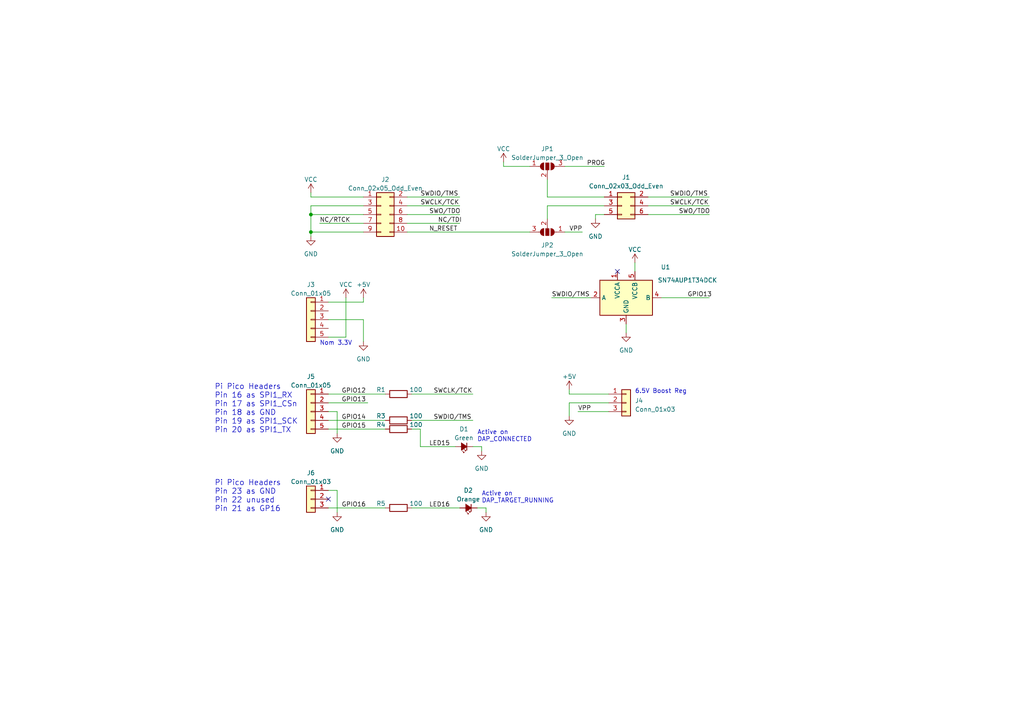
<source format=kicad_sch>
(kicad_sch (version 20230121) (generator eeschema)
  (paper "A4")
  (title_block (title "SWD-Pogo-Pin") (comment 2 "https://www.raspberrypi.com/documentation/microcontrollers/debug-probe.html") (comment 3 "via the Raspberry Pi Debug Probe or other FW. More info:") (comment 4 "Adapter for TC2030 like footprint to for SPI programming"))
  (lib_symbols
    (symbol "Connector_Generic:Conn_01x03" (pin_names (offset 1.016) hide)
      (property "Reference" "J" (at 0 5.08 0))
      (property "Value" "Conn_01x03" (at 0 -5.08 0))
      (symbol "Conn_01x03_1_1"
        (rectangle (start -1.27 -2.413) (end 0 -2.667) (stroke (width 0.1524)))
        (rectangle (start -1.27 0.127) (end 0 -0.127) (stroke (width 0.1524)))
        (rectangle (start -1.27 2.667) (end 0 2.413) (stroke (width 0.1524)))
        (rectangle (start -1.27 3.81) (end 1.27 -3.81) (stroke (width 0.254)) (fill (type background)))
        (pin passive line (at -5.08 2.54 0) (length 3.81) (name "Pin_1") (number "1"))
        (pin passive line (at -5.08 0 0) (length 3.81) (name "Pin_2") (number "2"))
        (pin passive line (at -5.08 -2.54 0) (length 3.81) (name "Pin_3") (number "3"))
      )
    )
    (symbol "Connector_Generic:Conn_01x05" (pin_names (offset 1.016) hide)
      (property "Reference" "J" (at 0 7.62 0))
      (property "Value" "Conn_01x05" (at 0 -7.62 0))
      (symbol "Conn_01x05_1_1"
        (rectangle (start -1.27 -4.953) (end 0 -5.207) (stroke (width 0.1524)))
        (rectangle (start -1.27 -2.413) (end 0 -2.667) (stroke (width 0.1524)))
        (rectangle (start -1.27 0.127) (end 0 -0.127) (stroke (width 0.1524)))
        (rectangle (start -1.27 2.667) (end 0 2.413) (stroke (width 0.1524)))
        (rectangle (start -1.27 5.207) (end 0 4.953) (stroke (width 0.1524)))
        (rectangle (start -1.27 6.35) (end 1.27 -6.35) (stroke (width 0.254)) (fill (type background)))
        (pin passive line (at -5.08 5.08 0) (length 3.81) (name "Pin_1") (number "1"))
        (pin passive line (at -5.08 2.54 0) (length 3.81) (name "Pin_2") (number "2"))
        (pin passive line (at -5.08 0 0) (length 3.81) (name "Pin_3") (number "3"))
        (pin passive line (at -5.08 -2.54 0) (length 3.81) (name "Pin_4") (number "4"))
        (pin passive line (at -5.08 -5.08 0) (length 3.81) (name "Pin_5") (number "5"))
      )
    )
    (symbol "Connector_Generic:Conn_02x03_Odd_Even" (pin_names (offset 1.016) hide)
      (property "Reference" "J" (at 1.27 5.08 0))
      (property "Value" "Conn_02x03_Odd_Even" (at 1.27 -5.08 0))
      (symbol "Conn_02x03_Odd_Even_1_1"
        (rectangle (start -1.27 -2.413) (end 0 -2.667) (stroke (width 0.1524)))
        (rectangle (start -1.27 0.127) (end 0 -0.127) (stroke (width 0.1524)))
        (rectangle (start -1.27 2.667) (end 0 2.413) (stroke (width 0.1524)))
        (rectangle (start -1.27 3.81) (end 3.81 -3.81) (stroke (width 0.254)) (fill (type background)))
        (rectangle (start 3.81 -2.413) (end 2.54 -2.667) (stroke (width 0.1524)))
        (rectangle (start 3.81 0.127) (end 2.54 -0.127) (stroke (width 0.1524)))
        (rectangle (start 3.81 2.667) (end 2.54 2.413) (stroke (width 0.1524)))
        (pin passive line (at -5.08 2.54 0) (length 3.81) (name "Pin_1") (number "1"))
        (pin passive line (at 7.62 2.54 180) (length 3.81) (name "Pin_2") (number "2"))
        (pin passive line (at -5.08 0 0) (length 3.81) (name "Pin_3") (number "3"))
        (pin passive line (at 7.62 0 180) (length 3.81) (name "Pin_4") (number "4"))
        (pin passive line (at -5.08 -2.54 0) (length 3.81) (name "Pin_5") (number "5"))
        (pin passive line (at 7.62 -2.54 180) (length 3.81) (name "Pin_6") (number "6"))
      )
    )
    (symbol "Connector_Generic:Conn_02x05_Odd_Even" (pin_names (offset 1.016) hide)
      (property "Reference" "J" (at 1.27 7.62 0))
      (property "Value" "Conn_02x05_Odd_Even" (at 1.27 -7.62 0))
      (symbol "Conn_02x05_Odd_Even_1_1"
        (rectangle (start -1.27 -4.953) (end 0 -5.207) (stroke (width 0.1524)))
        (rectangle (start -1.27 -2.413) (end 0 -2.667) (stroke (width 0.1524)))
        (rectangle (start -1.27 0.127) (end 0 -0.127) (stroke (width 0.1524)))
        (rectangle (start -1.27 2.667) (end 0 2.413) (stroke (width 0.1524)))
        (rectangle (start -1.27 5.207) (end 0 4.953) (stroke (width 0.1524)))
        (rectangle (start -1.27 6.35) (end 3.81 -6.35) (stroke (width 0.254)) (fill (type background)))
        (rectangle (start 3.81 -4.953) (end 2.54 -5.207) (stroke (width 0.1524)))
        (rectangle (start 3.81 -2.413) (end 2.54 -2.667) (stroke (width 0.1524)))
        (rectangle (start 3.81 0.127) (end 2.54 -0.127) (stroke (width 0.1524)))
        (rectangle (start 3.81 2.667) (end 2.54 2.413) (stroke (width 0.1524)))
        (rectangle (start 3.81 5.207) (end 2.54 4.953) (stroke (width 0.1524)))
        (pin passive line (at -5.08 5.08 0) (length 3.81) (name "Pin_1") (number "1"))
        (pin passive line (at 7.62 -5.08 180) (length 3.81) (name "Pin_10") (number "10"))
        (pin passive line (at 7.62 5.08 180) (length 3.81) (name "Pin_2") (number "2"))
        (pin passive line (at -5.08 2.54 0) (length 3.81) (name "Pin_3") (number "3"))
        (pin passive line (at 7.62 2.54 180) (length 3.81) (name "Pin_4") (number "4"))
        (pin passive line (at -5.08 0 0) (length 3.81) (name "Pin_5") (number "5"))
        (pin passive line (at 7.62 0 180) (length 3.81) (name "Pin_6") (number "6"))
        (pin passive line (at -5.08 -2.54 0) (length 3.81) (name "Pin_7") (number "7"))
        (pin passive line (at 7.62 -2.54 180) (length 3.81) (name "Pin_8") (number "8"))
        (pin passive line (at -5.08 -5.08 0) (length 3.81) (name "Pin_9") (number "9"))
      )
    )
    (symbol "Device:LED_Small_Filled" (pin_numbers hide) (pin_names (offset 0.254) hide)
      (property "Reference" "D" (at -1.27 3.175 0))
      (property "Value" "LED_Small_Filled" (at -4.445 -2.54 0))
      (symbol "LED_Small_Filled_0_1"
        (polyline (pts (xy -0.762 -1.016) (xy -0.762 1.016)) (stroke (width 0.254)))
        (polyline (pts (xy 1.016 0) (xy -0.762 0)))
        (polyline (pts (xy 0.762 -1.016) (xy -0.762 0) (xy 0.762 1.016) (xy 0.762 -1.016)) (stroke (width 0.254)) (fill (type outline)))
        (polyline (pts (xy 0 0.762) (xy -0.508 1.27) (xy -0.254 1.27) (xy -0.508 1.27) (xy -0.508 1.016)))
        (polyline (pts (xy 0.508 1.27) (xy 0 1.778) (xy 0.254 1.778) (xy 0 1.778) (xy 0 1.524)))
      )
      (symbol "LED_Small_Filled_1_1"
        (pin passive line (at -2.54 0 0) (length 1.778) (name "K") (number "1"))
        (pin passive line (at 2.54 0 180) (length 1.778) (name "A") (number "2"))
      )
    )
    (symbol "Device:R" (pin_numbers hide) (pin_names (offset 0))
      (property "Reference" "R" (at 2.032 0 90))
      (property "Value" "R" (at 0 0 90))
      (symbol "R_0_1"
        (rectangle (start -1.016 -2.54) (end 1.016 2.54) (stroke (width 0.254)))
      )
      (symbol "R_1_1"
        (pin passive line (at 0 3.81 270) (length 1.27) (name "~") (number "1"))
        (pin passive line (at 0 -3.81 90) (length 1.27) (name "~") (number "2"))
      )
    )
    (symbol "Jumper:SolderJumper_3_Open" (pin_names (offset 0) hide)
      (property "Reference" "JP" (at -2.54 -2.54 0))
      (property "Value" "SolderJumper_3_Open" (at 0 2.794 0))
      (symbol "SolderJumper_3_Open_0_1"
        (arc (start -1.016 1.016) (mid -2.0276 0) (end -1.016 -1.016))
        (arc (start -1.016 1.016) (mid -2.0276 0) (end -1.016 -1.016) (fill (type outline)))
        (rectangle (start -0.508 1.016) (end 0.508 -1.016) (fill (type outline)))
        (polyline (pts (xy -2.54 0) (xy -2.032 0)))
        (polyline (pts (xy -1.016 1.016) (xy -1.016 -1.016)))
        (polyline (pts (xy 0 -1.27) (xy 0 -1.016)))
        (polyline (pts (xy 1.016 1.016) (xy 1.016 -1.016)))
        (polyline (pts (xy 2.54 0) (xy 2.032 0)))
        (arc (start 1.016 -1.016) (mid 2.0276 0) (end 1.016 1.016))
        (arc (start 1.016 -1.016) (mid 2.0276 0) (end 1.016 1.016) (fill (type outline)))
      )
      (symbol "SolderJumper_3_Open_1_1"
        (pin passive line (at -5.08 0 0) (length 2.54) (name "A") (number "1"))
        (pin passive line (at 0 -3.81 90) (length 2.54) (name "C") (number "2"))
        (pin passive line (at 5.08 0 180) (length 2.54) (name "B") (number "3"))
      )
    )
    (symbol "Logic_LevelTranslator:SN74AUP1T34DCK"
      (property "Reference" "U" (at -6.35 6.35 0))
      (property "Value" "SN74AUP1T34DCK" (at 11.43 6.35 0))
      (symbol "SN74AUP1T34DCK_0_1"
        (rectangle (start -7.62 -5.08) (end 7.62 5.08) (stroke (width 0.254)) (fill (type background)))
        (pin power_in line (at -2.54 7.62 270) (length 2.54) (name "VCCA") (number "1"))
        (pin input line (at -10.16 0 0) (length 2.54) (name "A") (number "2"))
        (pin power_in line (at 0 -7.62 90) (length 2.54) (name "GND") (number "3"))
        (pin output line (at 10.16 0 180) (length 2.54) (name "B") (number "4"))
        (pin power_in line (at 2.54 7.62 270) (length 2.54) (name "VCCB") (number "5"))
      )
    )
    (symbol "power:+5V" (power) (pin_names (offset 0))
      (property "Value" "+5V" (at 0 3.556 0))
      (symbol "+5V_0_1"
        (polyline (pts (xy -0.762 1.27) (xy 0 2.54)))
        (polyline (pts (xy 0 0) (xy 0 2.54)))
        (polyline (pts (xy 0 2.54) (xy 0.762 1.27)))
      )
      (symbol "+5V_1_1"
        (pin power_in line (at 0 0 90) (length 0) hide (name "+5V") (number "1"))
      )
    )
    (symbol "power:GND" (power) (pin_names (offset 0))
      (property "Value" "GND" (at 0 -3.81 0))
      (symbol "GND_0_1"
        (polyline (pts (xy 0 0) (xy 0 -1.27) (xy 1.27 -1.27) (xy 0 -2.54) (xy -1.27 -1.27) (xy 0 -1.27)))
      )
      (symbol "GND_1_1"
        (pin power_in line (at 0 0 270) (length 0) hide (name "GND") (number "1"))
      )
    )
    (symbol "power:VCC" (power) (pin_names (offset 0))
      (property "Value" "VCC" (at 0 3.81 0))
      (symbol "VCC_0_1"
        (polyline (pts (xy -0.762 1.27) (xy 0 2.54)))
        (polyline (pts (xy 0 0) (xy 0 2.54)))
        (polyline (pts (xy 0 2.54) (xy 0.762 1.27)))
      )
      (symbol "VCC_1_1"
        (pin power_in line (at 0 0 90) (length 0) hide (name "VCC") (number "1"))
      )
    )
  )
  (junction (at 90.17 67.31))
  (junction (at 90.17 62.23))
  (no_connect (at 179.07 78.74))
  (no_connect (at 95.25 144.78))
  (wire (pts (xy 100.33 86.36) (xy 100.33 97.79)))
  (wire (pts (xy 90.17 68.58) (xy 90.17 67.31)))
  (wire (pts (xy 97.79 125.73) (xy 97.79 119.38)))
  (wire (pts (xy 184.15 76.2) (xy 184.15 78.74)))
  (wire (pts (xy 140.97 147.32) (xy 140.97 148.59)))
  (wire (pts (xy 118.11 67.31) (xy 153.67 67.31)))
  (wire (pts (xy 132.08 129.54) (xy 121.92 129.54)))
  (wire (pts (xy 95.25 121.92) (xy 111.76 121.92)))
  (wire (pts (xy 172.72 63.5) (xy 172.72 62.23)))
  (wire (pts (xy 165.1 120.65) (xy 165.1 116.84)))
  (wire (pts (xy 119.38 114.3) (xy 137.16 114.3)))
  (wire (pts (xy 163.83 67.31) (xy 168.91 67.31)))
  (wire (pts (xy 105.41 99.06) (xy 105.41 92.71)))
  (wire (pts (xy 137.16 129.54) (xy 139.7 129.54)))
  (wire (pts (xy 118.11 64.77) (xy 133.35 64.77)))
  (wire (pts (xy 90.17 62.23) (xy 105.41 62.23)))
  (wire (pts (xy 95.25 147.32) (xy 111.76 147.32)))
  (wire (pts (xy 187.96 59.69) (xy 205.74 59.69)))
  (wire (pts (xy 105.41 86.36) (xy 105.41 87.63)))
  (wire (pts (xy 191.77 86.36) (xy 205.74 86.36)))
  (wire (pts (xy 165.1 116.84) (xy 176.53 116.84)))
  (wire (pts (xy 95.25 124.46) (xy 111.76 124.46)))
  (wire (pts (xy 146.05 46.99) (xy 146.05 48.26)))
  (wire (pts (xy 158.75 52.07) (xy 158.75 57.15)))
  (wire (pts (xy 167.64 119.38) (xy 176.53 119.38)))
  (wire (pts (xy 90.17 57.15) (xy 105.41 57.15)))
  (wire (pts (xy 163.83 48.26) (xy 175.26 48.26)))
  (wire (pts (xy 95.25 114.3) (xy 111.76 114.3)))
  (wire (pts (xy 153.67 48.26) (xy 146.05 48.26)))
  (wire (pts (xy 118.11 57.15) (xy 133.35 57.15)))
  (wire (pts (xy 181.61 93.98) (xy 181.61 96.52)))
  (wire (pts (xy 90.17 67.31) (xy 105.41 67.31)))
  (wire (pts (xy 121.92 124.46) (xy 119.38 124.46)))
  (wire (pts (xy 97.79 142.24) (xy 95.25 142.24)))
  (wire (pts (xy 138.43 147.32) (xy 140.97 147.32)))
  (wire (pts (xy 90.17 59.69) (xy 105.41 59.69)))
  (wire (pts (xy 90.17 62.23) (xy 90.17 59.69)))
  (wire (pts (xy 90.17 67.31) (xy 90.17 62.23)))
  (wire (pts (xy 118.11 62.23) (xy 133.35 62.23)))
  (wire (pts (xy 92.71 64.77) (xy 105.41 64.77)))
  (wire (pts (xy 90.17 55.88) (xy 90.17 57.15)))
  (wire (pts (xy 187.96 57.15) (xy 205.74 57.15)))
  (wire (pts (xy 139.7 129.54) (xy 139.7 130.81)))
  (wire (pts (xy 165.1 113.03) (xy 165.1 114.3)))
  (wire (pts (xy 100.33 97.79) (xy 95.25 97.79)))
  (wire (pts (xy 160.02 86.36) (xy 171.45 86.36)))
  (wire (pts (xy 95.25 116.84) (xy 106.68 116.84)))
  (wire (pts (xy 158.75 59.69) (xy 158.75 63.5)))
  (wire (pts (xy 175.26 57.15) (xy 158.75 57.15)))
  (wire (pts (xy 158.75 59.69) (xy 175.26 59.69)))
  (wire (pts (xy 172.72 62.23) (xy 175.26 62.23)))
  (wire (pts (xy 121.92 129.54) (xy 121.92 124.46)))
  (wire (pts (xy 165.1 114.3) (xy 176.53 114.3)))
  (wire (pts (xy 119.38 121.92) (xy 137.16 121.92)))
  (wire (pts (xy 97.79 148.59) (xy 97.79 142.24)))
  (wire (pts (xy 97.79 119.38) (xy 95.25 119.38)))
  (wire (pts (xy 118.11 59.69) (xy 133.35 59.69)))
  (wire (pts (xy 105.41 92.71) (xy 95.25 92.71)))
  (wire (pts (xy 119.38 147.32) (xy 133.35 147.32)))
  (wire (pts (xy 187.96 62.23) (xy 205.74 62.23)))
  (wire (pts (xy 105.41 87.63) (xy 95.25 87.63)))
  (text "Active on\nDAP_CONNECTED" (at 138.43 128.27 0) (effects (font (size 1.27 1.27)) (justify left bottom)))
  (text "Pi Pico Headers\nPin 23 as GND\nPin 22 unused\nPin 21 as GP16" (at 62.23 148.59 0) (effects (font (size 1.56 1.56)) (justify left bottom)))
  (text "Pi Pico Headers\nPin 16 as SPI1_RX\nPin 17 as SPI1_CSn\nPin 18 as GND\nPin 19 as SPI1_SCK\nPin 20 as SPI1_TX" (at 62.23 125.73 0) (effects (font (size 1.56 1.56)) (justify left bottom)))
  (text "6.5V Boost Reg" (at 184.15 114.3 0) (effects (font (size 1.27 1.27)) (justify left bottom)))
  (text "Nom 3.3V" (at 92.71 100.33 0) (effects (font (size 1.27 1.27)) (justify left bottom)))
  (text "Active on\nDAP_TARGET_RUNNING" (at 139.7 146.05 0) (effects (font (size 1.27 1.27)) (justify left bottom)))
  (label "LED16" (at 124.46 147.32 0))
  (label "NC{slash}RTCK" (at 92.71 64.77 0))
  (label "SWDIO{slash}TMS" (at 125.73 121.92 0))
  (label "N_RESET" (at 124.46 67.31 0))
  (label "NC{slash}TDI" (at 127 64.77 0))
  (label "GPIO13" (at 99.06 116.84 0))
  (label "SWCLK{slash}TCK" (at 121.92 59.69 0))
  (label "GPIO15" (at 99.06 124.46 0))
  (label "SWDIO{slash}TMS" (at 194.31 57.15 0))
  (label "GPIO14" (at 99.06 121.92 0))
  (label "VPP" (at 167.64 119.38 0))
  (label "VPP" (at 165.1 67.31 0))
  (label "SWO{slash}TDO" (at 124.46 62.23 0))
  (label "SWO{slash}TDO" (at 196.85 62.23 0))
  (label "SWDIO{slash}TMS" (at 160.02 86.36 0))
  (label "LED15" (at 124.46 129.54 0))
  (label "PROG" (at 170.18 48.26 0))
  (label "SWCLK{slash}TCK" (at 125.73 114.3 0))
  (label "SWDIO{slash}TMS" (at 121.92 57.15 0))
  (label "GPIO16" (at 99.06 147.32 0))
  (label "GPIO12" (at 99.06 114.3 0))
  (label "GPIO13" (at 199.39 86.36 0))
  (label "SWCLK{slash}TCK" (at 194.31 59.69 0))
  (symbol (lib_id "Connector_Generic:Conn_02x05_Odd_Even") (at 110.49 62.23 0) (unit 1)
    (property "Reference" "J2" (at 111.76 52.07 0))
    (property "Value" "Conn_02x05_Odd_Even" (at 111.76 54.61 0))
  )
  (symbol (lib_id "power:GND") (at 139.7 130.81 0) (unit 1)
    (property "Reference" "#PWR015" (effects hide))
    (property "Value" "GND" (at 139.7 135.89 0))
  )
  (symbol (lib_id "Device:R") (at 115.57 124.46 90) (unit 1)
    (property "Reference" "R4" (at 110.49 123.19 90))
    (property "Value" "100" (at 120.65 123.19 90))
  )
  (symbol (lib_id "Jumper:SolderJumper_3_Open") (at 158.75 48.26 0) (unit 1)
    (property "Reference" "JP1" (at 158.75 43.18 0))
    (property "Value" "SolderJumper_3_Open" (at 158.75 45.72 0))
  )
  (symbol (lib_id "power:GND") (at 181.61 96.52 0) (unit 1)
    (property "Reference" "#PWR06" (effects hide))
    (property "Value" "GND" (at 181.61 101.6 0))
  )
  (symbol (lib_id "Connector_Generic:Conn_01x03") (at 181.61 116.84 0) (unit 1)
    (property "Reference" "J4" (at 184.15 116.205 0) (effects (justify left)))
    (property "Value" "Conn_01x03" (at 184.15 118.745 0) (effects (justify left)))
  )
  (symbol (lib_id "Device:LED_Small_Filled") (at 135.89 147.32 180) (unit 1)
    (property "Reference" "D2" (at 135.8265 142.24 0))
    (property "Value" "Orange" (at 135.8265 144.78 0))
  )
  (symbol (lib_id "Device:R") (at 115.57 114.3 90) (unit 1)
    (property "Reference" "R1" (at 110.49 113.03 90))
    (property "Value" "100" (at 120.65 113.03 90))
  )
  (symbol (lib_id "power:+5V") (at 105.41 86.36 0) (unit 1)
    (property "Reference" "#PWR07" (effects hide))
    (property "Value" "+5V" (at 105.41 82.55 0))
  )
  (symbol (lib_id "power:GND") (at 165.1 120.65 0) (unit 1)
    (property "Reference" "#PWR010" (effects hide))
    (property "Value" "GND" (at 165.1 125.73 0))
  )
  (symbol (lib_id "power:GND") (at 90.17 68.58 0) (unit 1)
    (property "Reference" "#PWR02" (effects hide))
    (property "Value" "GND" (at 90.17 73.66 0))
  )
  (symbol (lib_id "Device:R") (at 115.57 147.32 90) (unit 1)
    (property "Reference" "R5" (at 110.49 146.05 90))
    (property "Value" "100" (at 120.65 146.05 90))
  )
  (symbol (lib_id "power:GND") (at 140.97 148.59 0) (unit 1)
    (property "Reference" "#PWR014" (effects hide))
    (property "Value" "GND" (at 140.97 153.67 0))
  )
  (symbol (lib_id "Device:R") (at 115.57 121.92 90) (unit 1)
    (property "Reference" "R3" (at 110.49 120.65 90))
    (property "Value" "100" (at 120.65 120.65 90))
  )
  (symbol (lib_id "Device:LED_Small_Filled") (at 134.62 129.54 180) (unit 1)
    (property "Reference" "D1" (at 134.5565 124.46 0))
    (property "Value" "Green" (at 134.5565 127 0))
  )
  (symbol (lib_id "power:VCC") (at 100.33 86.36 0) (unit 1)
    (property "Reference" "#PWR09" (effects hide))
    (property "Value" "VCC" (at 100.33 82.55 0))
  )
  (symbol (lib_id "power:VCC") (at 90.17 55.88 0) (unit 1)
    (property "Reference" "#PWR01" (effects hide))
    (property "Value" "VCC" (at 90.17 52.07 0))
  )
  (symbol (lib_id "Connector_Generic:Conn_01x03") (at 90.17 144.78 0) (mirror y) (unit 1)
    (property "Reference" "J6" (at 90.17 137.16 0))
    (property "Value" "Conn_01x03" (at 90.17 139.7 0))
  )
  (symbol (lib_id "power:VCC") (at 146.05 46.99 0) (unit 1)
    (property "Reference" "#PWR03" (effects hide))
    (property "Value" "VCC" (at 146.05 43.18 0))
  )
  (symbol (lib_id "Connector_Generic:Conn_01x05") (at 90.17 92.71 0) (mirror y) (unit 1)
    (property "Reference" "J3" (at 90.17 82.55 0))
    (property "Value" "Conn_01x05" (at 90.17 85.09 0))
  )
  (symbol (lib_id "Jumper:SolderJumper_3_Open") (at 158.75 67.31 180) (unit 1)
    (property "Reference" "JP2" (at 158.75 71.12 0))
    (property "Value" "SolderJumper_3_Open" (at 158.75 73.66 0))
  )
  (symbol (lib_id "power:GND") (at 172.72 63.5 0) (unit 1)
    (property "Reference" "#PWR04" (effects hide))
    (property "Value" "GND" (at 172.72 68.58 0))
  )
  (symbol (lib_id "Connector_Generic:Conn_02x03_Odd_Even") (at 180.34 59.69 0) (unit 1)
    (property "Reference" "J1" (at 181.61 51.435 0))
    (property "Value" "Conn_02x03_Odd_Even" (at 181.61 53.975 0))
  )
  (symbol (lib_id "power:GND") (at 97.79 148.59 0) (unit 1)
    (property "Reference" "#PWR013" (effects hide))
    (property "Value" "GND" (at 97.79 153.67 0))
  )
  (symbol (lib_id "Connector_Generic:Conn_01x05") (at 90.17 119.38 0) (mirror y) (unit 1)
    (property "Reference" "J5" (at 90.17 109.22 0))
    (property "Value" "Conn_01x05" (at 90.17 111.76 0))
  )
  (symbol (lib_id "power:VCC") (at 184.15 76.2 0) (unit 1)
    (property "Reference" "#PWR05" (effects hide))
    (property "Value" "VCC" (at 184.15 72.39 0))
  )
  (symbol (lib_id "power:GND") (at 97.79 125.73 0) (unit 1)
    (property "Reference" "#PWR012" (effects hide))
    (property "Value" "GND" (at 97.79 130.81 0))
  )
  (symbol (lib_id "power:GND") (at 105.41 99.06 0) (unit 1)
    (property "Reference" "#PWR08" (effects hide))
    (property "Value" "GND" (at 105.41 104.14 0))
  )
  (symbol (lib_id "Logic_LevelTranslator:SN74AUP1T34DCK") (at 181.61 86.36 0) (unit 1)
    (property "Reference" "U1" (at 193.04 77.47 0))
    (property "Value" "SN74AUP1T34DCK" (at 199.39 81.28 0))
    (property "Footprint" "Package_TO_SOT_SMD:SOT-353_SC-70-5" (effects hide))
    (property "Datasheet" "http://www.ti.com/lit/ds/symlink/sn74aup1t34.pdf" (effects hide))
  )
  (symbol (lib_id "power:+5V") (at 165.1 113.03 0) (unit 1)
    (property "Reference" "#PWR011" (effects hide))
    (property "Value" "+5V" (at 165.1 109.22 0))
  )
)
</source>
